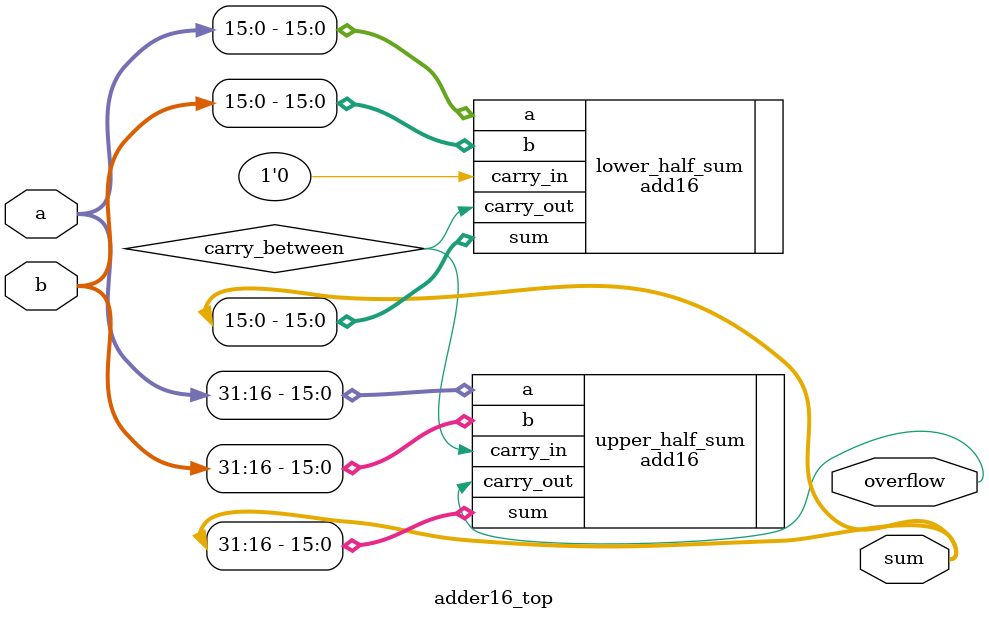
<source format=v>
`default_nettype none

module adder16_top(
    input [31:0] a,
    input [31:0] b,
    output [31:0] sum,
    output overflow
);
    wire carry_between;

    add16 lower_half_sum (
        .a(a[15:0]),
        .b(b[15:0]),
        .carry_in(1'b0),
        .sum(sum[15:0]),
        .carry_out(carry_between)
    );
    add16 upper_half_sum (
        .a(a[31:16]),
        .b(b[31:16]),
        .carry_in(carry_between),
        .sum(sum[31:16]),
        .carry_out(overflow)
    );
endmodule

</source>
